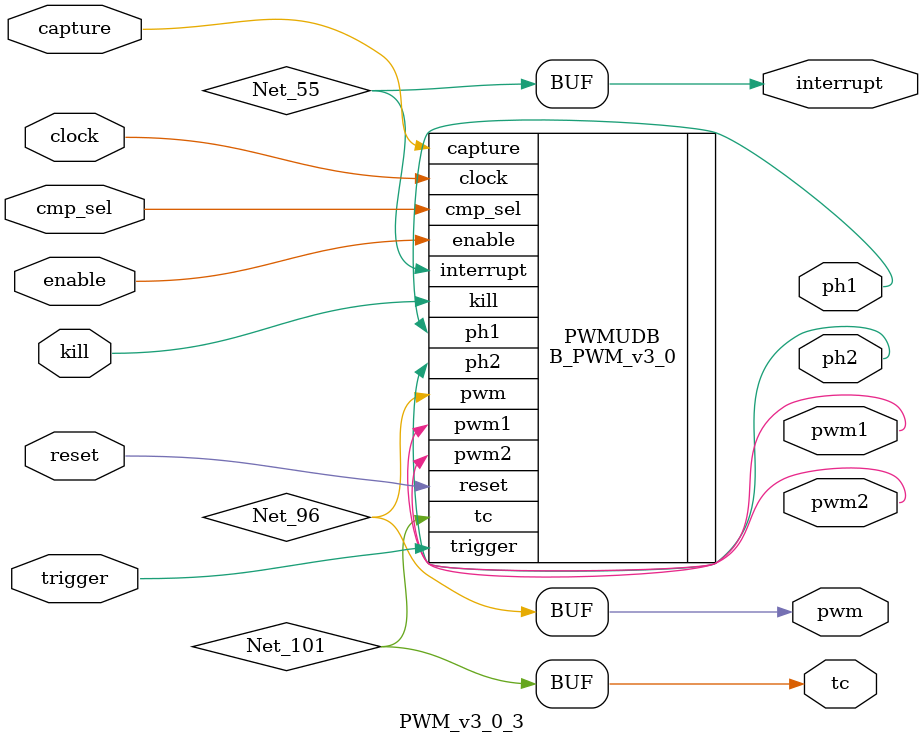
<source format=v>
module PWM_v3_0_3 (
    pwm2,
    tc,
    clock,
    reset,
    pwm1,
    interrupt,
    capture,
    kill,
    enable,
    trigger,
    cmp_sel,
    pwm,
    ph1,
    ph2);
    output      pwm2;
    output      tc;
    input       clock;
    input       reset;
    output      pwm1;
    output      interrupt;
    input       capture;
    input       kill;
    input       enable;
    input       trigger;
    input       cmp_sel;
    output      pwm;
    output      ph1;
    output      ph2;
    parameter Resolution = 8;
          wire  Net_114;
          wire  Net_113;
          wire  Net_107;
          wire  Net_96;
          wire  Net_55;
          wire  Net_57;
          wire  Net_101;
          wire  Net_54;
          wire  Net_63;
    B_PWM_v3_0 PWMUDB (
        .reset(reset),
        .clock(clock),
        .tc(Net_101),
        .pwm1(pwm1),
        .pwm2(pwm2),
        .interrupt(Net_55),
        .kill(kill),
        .capture(capture),
        .enable(enable),
        .cmp_sel(cmp_sel),
        .trigger(trigger),
        .pwm(Net_96),
        .ph1(ph1),
        .ph2(ph2));
    defparam PWMUDB.CaptureMode = 0;
    defparam PWMUDB.CompareStatusEdgeSense = 1;
    defparam PWMUDB.CompareType1 = 1;
    defparam PWMUDB.CompareType2 = 3;
    defparam PWMUDB.DeadBand = 0;
    defparam PWMUDB.DitherOffset = 0;
    defparam PWMUDB.EnableMode = 0;
    defparam PWMUDB.KillMode = 0;
    defparam PWMUDB.PWMMode = 1;
    defparam PWMUDB.Resolution = 8;
    defparam PWMUDB.RunMode = 0;
    defparam PWMUDB.TriggerMode = 0;
    defparam PWMUDB.UseStatus = 0;
	// vmCompare (cy_virtualmux_v1_0)
	assign pwm = Net_96;
	// vmIRQ (cy_virtualmux_v1_0)
	assign interrupt = Net_55;
	// vmTC (cy_virtualmux_v1_0)
	assign tc = Net_101;
    OneTerminal OneTerminal_1 (
        .o(Net_113));
	// FFKillMux (cy_virtualmux_v1_0)
	assign Net_107 = Net_114;
    ZeroTerminal ZeroTerminal_1 (
        .z(Net_114));
endmodule
</source>
